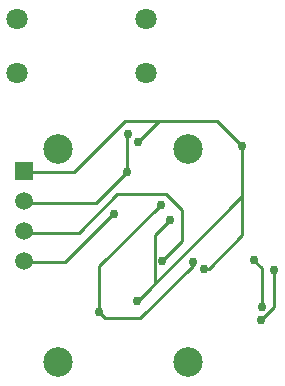
<source format=gbl>
G04 Layer_Physical_Order=2*
G04 Layer_Color=12082738*
%FSLAX24Y24*%
%MOIN*%
G70*
G01*
G75*
%ADD20C,0.0100*%
%ADD22C,0.0984*%
%ADD23C,0.0709*%
%ADD24C,0.0591*%
%ADD25R,0.0591X0.0591*%
%ADD26C,0.0300*%
D20*
X9510Y4250D02*
X9840Y3920D01*
Y2650D02*
Y3920D01*
X7900Y3900D02*
X8060D01*
X9180Y5020D01*
X7180Y4840D02*
Y5860D01*
X6520Y4180D02*
X7180Y4840D01*
X9180Y5020D02*
Y8000D01*
X8350Y8830D02*
X9180Y8000D01*
X5340Y7140D02*
Y8430D01*
X5720Y8150D02*
X6395Y8825D01*
X1900Y4140D02*
X3280D01*
X4920Y5780D01*
X1900Y6100D02*
X4300D01*
X5340Y7140D01*
X1820Y5100D02*
X3730D01*
X5340Y8430D02*
X5360Y8410D01*
X5380D01*
X5696Y2840D02*
X9178Y6322D01*
X9820Y2190D02*
X10250Y2620D01*
Y3780D01*
X1900Y7140D02*
X3580D01*
X5270Y8830D01*
X8350D01*
X6260Y3420D02*
Y5040D01*
X6770Y5550D01*
X4420Y3990D02*
X6480Y6050D01*
X4420Y2460D02*
X4610Y2270D01*
X4420Y2460D02*
Y3990D01*
X4610Y2270D02*
X5790D01*
X7530Y4010D01*
Y4130D01*
X3730Y5100D02*
X5020Y6390D01*
X6650D01*
X7180Y5860D01*
D22*
X3049Y800D02*
D03*
X3049Y7890D02*
D03*
X7380D02*
D03*
Y800D02*
D03*
D23*
X5973Y12222D02*
D03*
X1690D02*
D03*
X5973Y10450D02*
D03*
X1690D02*
D03*
D24*
X1900Y4170D02*
D03*
Y5170D02*
D03*
Y6170D02*
D03*
D25*
Y7170D02*
D03*
D26*
X9590Y4190D02*
D03*
X7900Y3900D02*
D03*
X9180Y8000D02*
D03*
X6520Y4180D02*
D03*
X4920Y5730D02*
D03*
X5340Y7140D02*
D03*
X7530Y4130D02*
D03*
X5720Y8150D02*
D03*
X6480Y6050D02*
D03*
X5380Y8410D02*
D03*
X9820Y2190D02*
D03*
X6770Y5550D02*
D03*
X5670Y2840D02*
D03*
X4420Y2460D02*
D03*
X10240Y3880D02*
D03*
X9840Y2650D02*
D03*
M02*

</source>
